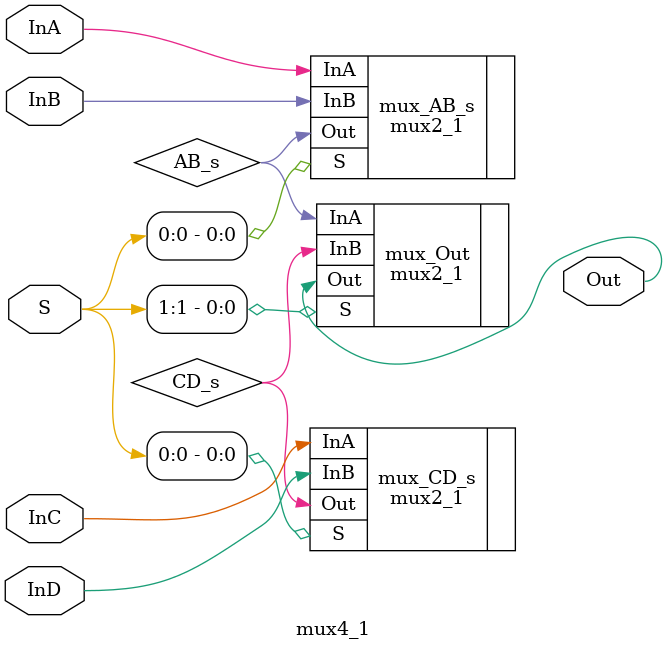
<source format=v>
/*
    CS/ECE 552 Spring '20
    Homework #1, Problem 1

    4-1 mux template
*/
module mux4_1(InA, InB, InC, InD, S, Out);
    input        InA, InB, InC, InD;
    input [1:0]  S;
    output       Out;

    wire         AB_s, CD_s;

    mux2_1 mux_AB_s(.InA(InA), .InB(InB), .S(S[0]), .Out(AB_s)),
           mux_CD_s(.InA(InC), .InB(InD), .S(S[0]), .Out(CD_s)),
	       mux_Out(.InA(AB_s), .InB(CD_s), .S(S[1]), .Out(Out));

endmodule

</source>
